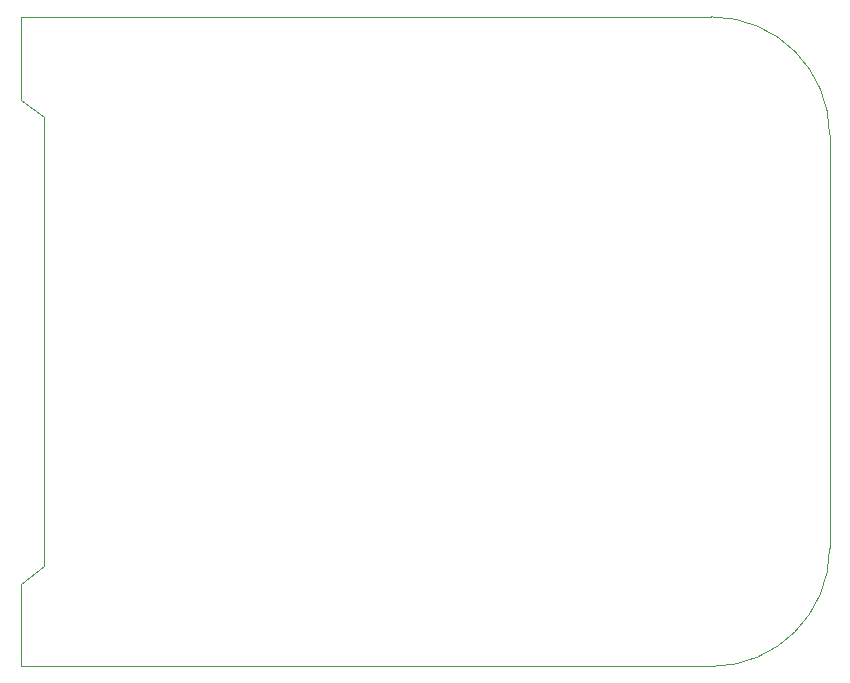
<source format=gbr>
%TF.GenerationSoftware,KiCad,Pcbnew,(6.0.11)*%
%TF.CreationDate,2024-05-08T14:50:23+07:00*%
%TF.ProjectId,CTP_Display_CANbus_revA,4354505f-4469-4737-906c-61795f43414e,rev?*%
%TF.SameCoordinates,PX5f5e100PY5f5e100*%
%TF.FileFunction,Profile,NP*%
%FSLAX46Y46*%
G04 Gerber Fmt 4.6, Leading zero omitted, Abs format (unit mm)*
G04 Created by KiCad (PCBNEW (6.0.11)) date 2024-05-08 14:50:23*
%MOMM*%
%LPD*%
G01*
G04 APERTURE LIST*
%TA.AperFunction,Profile*%
%ADD10C,0.050000*%
%TD*%
G04 APERTURE END LIST*
D10*
X0Y55000000D02*
X0Y48000000D01*
X2000000Y46500000D02*
X2000000Y8500000D01*
X0Y48000000D02*
X2000000Y46500000D01*
X58500000Y0D02*
G75*
G03*
X68500000Y10000000I0J10000000D01*
G01*
X68500000Y45000000D02*
G75*
G03*
X58500000Y55000000I-10000000J0D01*
G01*
X68500000Y10000000D02*
X68500000Y45000000D01*
X0Y0D02*
X58500000Y0D01*
X0Y7000000D02*
X2000000Y8500000D01*
X0Y55000000D02*
X58500000Y55000000D01*
X0Y0D02*
X0Y7000000D01*
M02*

</source>
